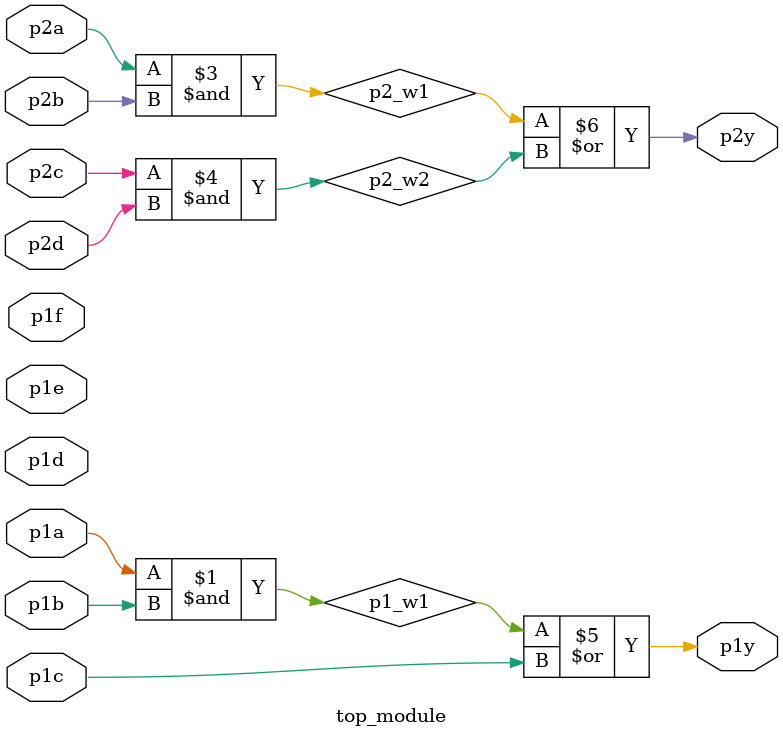
<source format=sv>
module top_module(
	input p1a, 
	input p1b, 
	input p1c, 
	input p1d,
	input p1e,
	input p1f,
	output p1y, 
	input p2a, 
	input p2b, 
	input p2c, 
	input p2d, 
	output p2y
);

// Internal wires for intermediate signals
wire p1_w1, p1_w2, p2_w1, p2_w2;

// AND gates for p1y
and gate1(p1_w1, p1a, p1b);
and gate2(p1_w2, p1d, p1e);

// AND gate for p2y
and gate3(p2_w1, p2a, p2b);
and gate4(p2_w2, p2c, p2d);

// OR gates for p1y and p2y
or gate5(p1y, p1_w1, p1c);
or gate6(p2y, p2_w1, p2_w2);

endmodule

</source>
